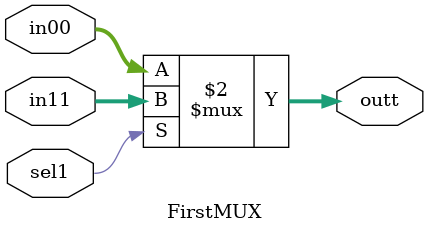
<source format=v>
module FirstMUX(
  input [31:0] in00,in11,
  input sel1,
  output [31:0] outt
  );
  assign outt = sel1 == 0 ? in00 : in11;
endmodule

</source>
